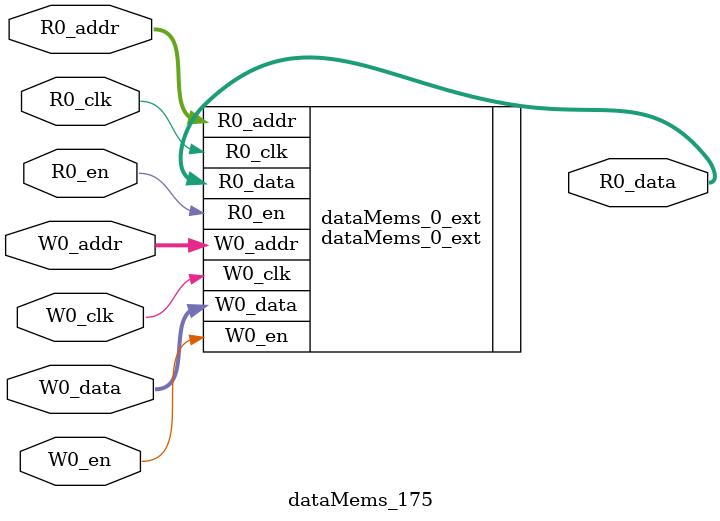
<source format=sv>
`ifndef RANDOMIZE
  `ifdef RANDOMIZE_REG_INIT
    `define RANDOMIZE
  `endif // RANDOMIZE_REG_INIT
`endif // not def RANDOMIZE
`ifndef RANDOMIZE
  `ifdef RANDOMIZE_MEM_INIT
    `define RANDOMIZE
  `endif // RANDOMIZE_MEM_INIT
`endif // not def RANDOMIZE

`ifndef RANDOM
  `define RANDOM $random
`endif // not def RANDOM

// Users can define 'PRINTF_COND' to add an extra gate to prints.
`ifndef PRINTF_COND_
  `ifdef PRINTF_COND
    `define PRINTF_COND_ (`PRINTF_COND)
  `else  // PRINTF_COND
    `define PRINTF_COND_ 1
  `endif // PRINTF_COND
`endif // not def PRINTF_COND_

// Users can define 'ASSERT_VERBOSE_COND' to add an extra gate to assert error printing.
`ifndef ASSERT_VERBOSE_COND_
  `ifdef ASSERT_VERBOSE_COND
    `define ASSERT_VERBOSE_COND_ (`ASSERT_VERBOSE_COND)
  `else  // ASSERT_VERBOSE_COND
    `define ASSERT_VERBOSE_COND_ 1
  `endif // ASSERT_VERBOSE_COND
`endif // not def ASSERT_VERBOSE_COND_

// Users can define 'STOP_COND' to add an extra gate to stop conditions.
`ifndef STOP_COND_
  `ifdef STOP_COND
    `define STOP_COND_ (`STOP_COND)
  `else  // STOP_COND
    `define STOP_COND_ 1
  `endif // STOP_COND
`endif // not def STOP_COND_

// Users can define INIT_RANDOM as general code that gets injected into the
// initializer block for modules with registers.
`ifndef INIT_RANDOM
  `define INIT_RANDOM
`endif // not def INIT_RANDOM

// If using random initialization, you can also define RANDOMIZE_DELAY to
// customize the delay used, otherwise 0.002 is used.
`ifndef RANDOMIZE_DELAY
  `define RANDOMIZE_DELAY 0.002
`endif // not def RANDOMIZE_DELAY

// Define INIT_RANDOM_PROLOG_ for use in our modules below.
`ifndef INIT_RANDOM_PROLOG_
  `ifdef RANDOMIZE
    `ifdef VERILATOR
      `define INIT_RANDOM_PROLOG_ `INIT_RANDOM
    `else  // VERILATOR
      `define INIT_RANDOM_PROLOG_ `INIT_RANDOM #`RANDOMIZE_DELAY begin end
    `endif // VERILATOR
  `else  // RANDOMIZE
    `define INIT_RANDOM_PROLOG_
  `endif // RANDOMIZE
`endif // not def INIT_RANDOM_PROLOG_

// Include register initializers in init blocks unless synthesis is set
`ifndef SYNTHESIS
  `ifndef ENABLE_INITIAL_REG_
    `define ENABLE_INITIAL_REG_
  `endif // not def ENABLE_INITIAL_REG_
`endif // not def SYNTHESIS

// Include rmemory initializers in init blocks unless synthesis is set
`ifndef SYNTHESIS
  `ifndef ENABLE_INITIAL_MEM_
    `define ENABLE_INITIAL_MEM_
  `endif // not def ENABLE_INITIAL_MEM_
`endif // not def SYNTHESIS

module dataMems_175(	// @[generators/ara/src/main/scala/UnsafeAXI4ToTL.scala:365:62]
  input  [4:0]   R0_addr,
  input          R0_en,
  input          R0_clk,
  output [130:0] R0_data,
  input  [4:0]   W0_addr,
  input          W0_en,
  input          W0_clk,
  input  [130:0] W0_data
);

  dataMems_0_ext dataMems_0_ext (	// @[generators/ara/src/main/scala/UnsafeAXI4ToTL.scala:365:62]
    .R0_addr (R0_addr),
    .R0_en   (R0_en),
    .R0_clk  (R0_clk),
    .R0_data (R0_data),
    .W0_addr (W0_addr),
    .W0_en   (W0_en),
    .W0_clk  (W0_clk),
    .W0_data (W0_data)
  );
endmodule


</source>
